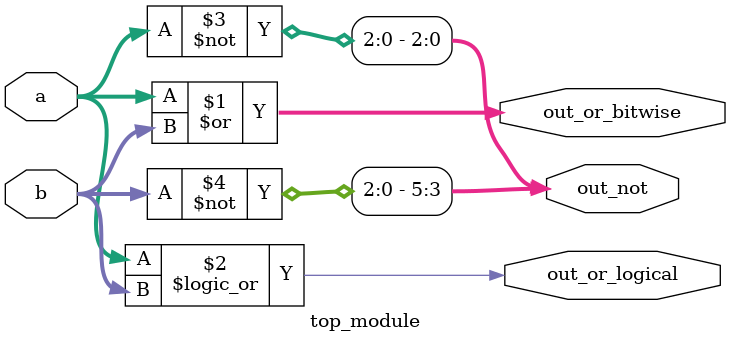
<source format=v>
module top_module( 
    input [2:0] a,
    input [2:0] b,
    output [2:0] out_or_bitwise,
    output out_or_logical,
    output [5:0] out_not   );
    assign out_or_bitwise = a|b;
    assign out_or_logical = a||b;
    assign out_not [2:0] = ~a;
    assign out_not [5:3] = ~b;

endmodule
// 位元運算子(bitwise operator) 和 邏輯運算子(logical operator) 語法不同 !
</source>
